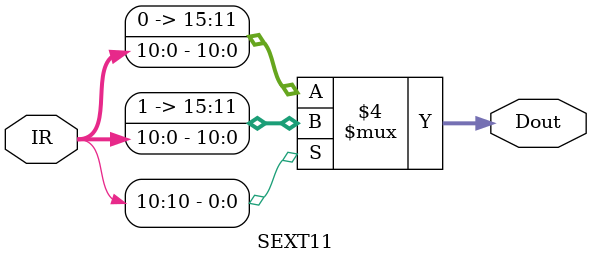
<source format=sv>
`timescale 1ns / 1ps
module SEXT5(
    input logic [4:0] IR,
    output logic [15:0] Dout
);
    always_comb
        begin 
            if(IR[4] == 1'b1)
                begin
                    Dout = {11'b11111111111,IR};
                 end
            else 
                begin
                    Dout = {11'b00000000000,IR};
                end
        end
endmodule

module SEXT6(
    input logic [5:0] IR,
    output logic [15:0] Dout
);

    always_comb
        begin
            if(IR[5] == 1'b1)
                begin
                    Dout = {10'b1111111111,IR};
                end
             else
                begin
                    Dout = {10'b0000000000,IR};
                end
          end
endmodule

module SEXT9(
    input logic [8:0] IR,
    output logic [15:0] Dout
);

    always_comb 
        begin 
            if(IR[8] == 1'b1)
                begin
                    Dout = {7'b1111111,IR};
                end
            else
                begin
                    Dout = {7'b0000000,IR};
                 end
         end
endmodule


module SEXT11(
    input logic [10:0] IR,
    output logic [15:0] Dout
);

    always_comb
        begin
            if(IR[10] == 1'b1)
                begin
                    Dout = {5'b11111,IR};
                end
             else
                begin
                    Dout = {5'b00000,IR};
                end
         end
endmodule


</source>
